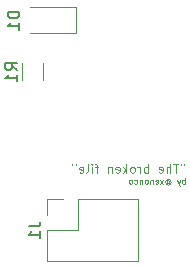
<source format=gbr>
%TF.GenerationSoftware,KiCad,Pcbnew,8.0.6*%
%TF.CreationDate,2024-11-11T17:29:18+03:00*%
%TF.ProjectId,broken-file badge,62726f6b-656e-42d6-9669-6c6520626164,rev?*%
%TF.SameCoordinates,Original*%
%TF.FileFunction,Legend,Bot*%
%TF.FilePolarity,Positive*%
%FSLAX46Y46*%
G04 Gerber Fmt 4.6, Leading zero omitted, Abs format (unit mm)*
G04 Created by KiCad (PCBNEW 8.0.6) date 2024-11-11 17:29:18*
%MOMM*%
%LPD*%
G01*
G04 APERTURE LIST*
%ADD10C,0.100000*%
%ADD11C,0.125000*%
%ADD12C,0.150000*%
%ADD13C,0.120000*%
G04 APERTURE END LIST*
D10*
X54615163Y-53333609D02*
X54615163Y-52833609D01*
X54615163Y-53024085D02*
X54567544Y-53000276D01*
X54567544Y-53000276D02*
X54472306Y-53000276D01*
X54472306Y-53000276D02*
X54424687Y-53024085D01*
X54424687Y-53024085D02*
X54400877Y-53047895D01*
X54400877Y-53047895D02*
X54377068Y-53095514D01*
X54377068Y-53095514D02*
X54377068Y-53238371D01*
X54377068Y-53238371D02*
X54400877Y-53285990D01*
X54400877Y-53285990D02*
X54424687Y-53309800D01*
X54424687Y-53309800D02*
X54472306Y-53333609D01*
X54472306Y-53333609D02*
X54567544Y-53333609D01*
X54567544Y-53333609D02*
X54615163Y-53309800D01*
X54210401Y-53000276D02*
X54091353Y-53333609D01*
X53972306Y-53000276D02*
X54091353Y-53333609D01*
X54091353Y-53333609D02*
X54138972Y-53452657D01*
X54138972Y-53452657D02*
X54162782Y-53476466D01*
X54162782Y-53476466D02*
X54210401Y-53500276D01*
X53091354Y-53095514D02*
X53115164Y-53071704D01*
X53115164Y-53071704D02*
X53162783Y-53047895D01*
X53162783Y-53047895D02*
X53210402Y-53047895D01*
X53210402Y-53047895D02*
X53258021Y-53071704D01*
X53258021Y-53071704D02*
X53281830Y-53095514D01*
X53281830Y-53095514D02*
X53305640Y-53143133D01*
X53305640Y-53143133D02*
X53305640Y-53190752D01*
X53305640Y-53190752D02*
X53281830Y-53238371D01*
X53281830Y-53238371D02*
X53258021Y-53262180D01*
X53258021Y-53262180D02*
X53210402Y-53285990D01*
X53210402Y-53285990D02*
X53162783Y-53285990D01*
X53162783Y-53285990D02*
X53115164Y-53262180D01*
X53115164Y-53262180D02*
X53091354Y-53238371D01*
X53091354Y-53047895D02*
X53091354Y-53238371D01*
X53091354Y-53238371D02*
X53067545Y-53262180D01*
X53067545Y-53262180D02*
X53043735Y-53262180D01*
X53043735Y-53262180D02*
X52996116Y-53238371D01*
X52996116Y-53238371D02*
X52972306Y-53190752D01*
X52972306Y-53190752D02*
X52972306Y-53071704D01*
X52972306Y-53071704D02*
X53019926Y-53000276D01*
X53019926Y-53000276D02*
X53091354Y-52952657D01*
X53091354Y-52952657D02*
X53186592Y-52928847D01*
X53186592Y-52928847D02*
X53281830Y-52952657D01*
X53281830Y-52952657D02*
X53353259Y-53000276D01*
X53353259Y-53000276D02*
X53400878Y-53071704D01*
X53400878Y-53071704D02*
X53424687Y-53166942D01*
X53424687Y-53166942D02*
X53400878Y-53262180D01*
X53400878Y-53262180D02*
X53353259Y-53333609D01*
X53353259Y-53333609D02*
X53281830Y-53381228D01*
X53281830Y-53381228D02*
X53186592Y-53405038D01*
X53186592Y-53405038D02*
X53091354Y-53381228D01*
X53091354Y-53381228D02*
X53019926Y-53333609D01*
X52805640Y-53333609D02*
X52543735Y-53000276D01*
X52805640Y-53000276D02*
X52543735Y-53333609D01*
X52162783Y-53309800D02*
X52210402Y-53333609D01*
X52210402Y-53333609D02*
X52305640Y-53333609D01*
X52305640Y-53333609D02*
X52353259Y-53309800D01*
X52353259Y-53309800D02*
X52377068Y-53262180D01*
X52377068Y-53262180D02*
X52377068Y-53071704D01*
X52377068Y-53071704D02*
X52353259Y-53024085D01*
X52353259Y-53024085D02*
X52305640Y-53000276D01*
X52305640Y-53000276D02*
X52210402Y-53000276D01*
X52210402Y-53000276D02*
X52162783Y-53024085D01*
X52162783Y-53024085D02*
X52138973Y-53071704D01*
X52138973Y-53071704D02*
X52138973Y-53119323D01*
X52138973Y-53119323D02*
X52377068Y-53166942D01*
X51924688Y-53000276D02*
X51924688Y-53333609D01*
X51924688Y-53047895D02*
X51900878Y-53024085D01*
X51900878Y-53024085D02*
X51853259Y-53000276D01*
X51853259Y-53000276D02*
X51781831Y-53000276D01*
X51781831Y-53000276D02*
X51734212Y-53024085D01*
X51734212Y-53024085D02*
X51710402Y-53071704D01*
X51710402Y-53071704D02*
X51710402Y-53333609D01*
X51400878Y-53333609D02*
X51448497Y-53309800D01*
X51448497Y-53309800D02*
X51472307Y-53285990D01*
X51472307Y-53285990D02*
X51496116Y-53238371D01*
X51496116Y-53238371D02*
X51496116Y-53095514D01*
X51496116Y-53095514D02*
X51472307Y-53047895D01*
X51472307Y-53047895D02*
X51448497Y-53024085D01*
X51448497Y-53024085D02*
X51400878Y-53000276D01*
X51400878Y-53000276D02*
X51329450Y-53000276D01*
X51329450Y-53000276D02*
X51281831Y-53024085D01*
X51281831Y-53024085D02*
X51258021Y-53047895D01*
X51258021Y-53047895D02*
X51234212Y-53095514D01*
X51234212Y-53095514D02*
X51234212Y-53238371D01*
X51234212Y-53238371D02*
X51258021Y-53285990D01*
X51258021Y-53285990D02*
X51281831Y-53309800D01*
X51281831Y-53309800D02*
X51329450Y-53333609D01*
X51329450Y-53333609D02*
X51400878Y-53333609D01*
X51019926Y-53000276D02*
X51019926Y-53333609D01*
X51019926Y-53047895D02*
X50996116Y-53024085D01*
X50996116Y-53024085D02*
X50948497Y-53000276D01*
X50948497Y-53000276D02*
X50877069Y-53000276D01*
X50877069Y-53000276D02*
X50829450Y-53024085D01*
X50829450Y-53024085D02*
X50805640Y-53071704D01*
X50805640Y-53071704D02*
X50805640Y-53333609D01*
X50353259Y-53309800D02*
X50400878Y-53333609D01*
X50400878Y-53333609D02*
X50496116Y-53333609D01*
X50496116Y-53333609D02*
X50543735Y-53309800D01*
X50543735Y-53309800D02*
X50567545Y-53285990D01*
X50567545Y-53285990D02*
X50591354Y-53238371D01*
X50591354Y-53238371D02*
X50591354Y-53095514D01*
X50591354Y-53095514D02*
X50567545Y-53047895D01*
X50567545Y-53047895D02*
X50543735Y-53024085D01*
X50543735Y-53024085D02*
X50496116Y-53000276D01*
X50496116Y-53000276D02*
X50400878Y-53000276D01*
X50400878Y-53000276D02*
X50353259Y-53024085D01*
X50067545Y-53333609D02*
X50115164Y-53309800D01*
X50115164Y-53309800D02*
X50138974Y-53285990D01*
X50138974Y-53285990D02*
X50162783Y-53238371D01*
X50162783Y-53238371D02*
X50162783Y-53095514D01*
X50162783Y-53095514D02*
X50138974Y-53047895D01*
X50138974Y-53047895D02*
X50115164Y-53024085D01*
X50115164Y-53024085D02*
X50067545Y-53000276D01*
X50067545Y-53000276D02*
X49996117Y-53000276D01*
X49996117Y-53000276D02*
X49948498Y-53024085D01*
X49948498Y-53024085D02*
X49924688Y-53047895D01*
X49924688Y-53047895D02*
X49900879Y-53095514D01*
X49900879Y-53095514D02*
X49900879Y-53238371D01*
X49900879Y-53238371D02*
X49924688Y-53285990D01*
X49924688Y-53285990D02*
X49948498Y-53309800D01*
X49948498Y-53309800D02*
X49996117Y-53333609D01*
X49996117Y-53333609D02*
X50067545Y-53333609D01*
D11*
X54574906Y-51641714D02*
X54574906Y-51784571D01*
X54289192Y-51641714D02*
X54289192Y-51784571D01*
X54074906Y-51641714D02*
X53646335Y-51641714D01*
X53860620Y-52391714D02*
X53860620Y-51641714D01*
X53396334Y-52391714D02*
X53396334Y-51641714D01*
X53074906Y-52391714D02*
X53074906Y-51998857D01*
X53074906Y-51998857D02*
X53110620Y-51927428D01*
X53110620Y-51927428D02*
X53182048Y-51891714D01*
X53182048Y-51891714D02*
X53289191Y-51891714D01*
X53289191Y-51891714D02*
X53360620Y-51927428D01*
X53360620Y-51927428D02*
X53396334Y-51963142D01*
X52432049Y-52356000D02*
X52503477Y-52391714D01*
X52503477Y-52391714D02*
X52646335Y-52391714D01*
X52646335Y-52391714D02*
X52717763Y-52356000D01*
X52717763Y-52356000D02*
X52753477Y-52284571D01*
X52753477Y-52284571D02*
X52753477Y-51998857D01*
X52753477Y-51998857D02*
X52717763Y-51927428D01*
X52717763Y-51927428D02*
X52646335Y-51891714D01*
X52646335Y-51891714D02*
X52503477Y-51891714D01*
X52503477Y-51891714D02*
X52432049Y-51927428D01*
X52432049Y-51927428D02*
X52396335Y-51998857D01*
X52396335Y-51998857D02*
X52396335Y-52070285D01*
X52396335Y-52070285D02*
X52753477Y-52141714D01*
X51503477Y-52391714D02*
X51503477Y-51641714D01*
X51503477Y-51927428D02*
X51432049Y-51891714D01*
X51432049Y-51891714D02*
X51289191Y-51891714D01*
X51289191Y-51891714D02*
X51217763Y-51927428D01*
X51217763Y-51927428D02*
X51182049Y-51963142D01*
X51182049Y-51963142D02*
X51146334Y-52034571D01*
X51146334Y-52034571D02*
X51146334Y-52248857D01*
X51146334Y-52248857D02*
X51182049Y-52320285D01*
X51182049Y-52320285D02*
X51217763Y-52356000D01*
X51217763Y-52356000D02*
X51289191Y-52391714D01*
X51289191Y-52391714D02*
X51432049Y-52391714D01*
X51432049Y-52391714D02*
X51503477Y-52356000D01*
X50824906Y-52391714D02*
X50824906Y-51891714D01*
X50824906Y-52034571D02*
X50789192Y-51963142D01*
X50789192Y-51963142D02*
X50753478Y-51927428D01*
X50753478Y-51927428D02*
X50682049Y-51891714D01*
X50682049Y-51891714D02*
X50610620Y-51891714D01*
X50253477Y-52391714D02*
X50324906Y-52356000D01*
X50324906Y-52356000D02*
X50360620Y-52320285D01*
X50360620Y-52320285D02*
X50396334Y-52248857D01*
X50396334Y-52248857D02*
X50396334Y-52034571D01*
X50396334Y-52034571D02*
X50360620Y-51963142D01*
X50360620Y-51963142D02*
X50324906Y-51927428D01*
X50324906Y-51927428D02*
X50253477Y-51891714D01*
X50253477Y-51891714D02*
X50146334Y-51891714D01*
X50146334Y-51891714D02*
X50074906Y-51927428D01*
X50074906Y-51927428D02*
X50039192Y-51963142D01*
X50039192Y-51963142D02*
X50003477Y-52034571D01*
X50003477Y-52034571D02*
X50003477Y-52248857D01*
X50003477Y-52248857D02*
X50039192Y-52320285D01*
X50039192Y-52320285D02*
X50074906Y-52356000D01*
X50074906Y-52356000D02*
X50146334Y-52391714D01*
X50146334Y-52391714D02*
X50253477Y-52391714D01*
X49682049Y-52391714D02*
X49682049Y-51641714D01*
X49610621Y-52106000D02*
X49396335Y-52391714D01*
X49396335Y-51891714D02*
X49682049Y-52177428D01*
X48789192Y-52356000D02*
X48860620Y-52391714D01*
X48860620Y-52391714D02*
X49003478Y-52391714D01*
X49003478Y-52391714D02*
X49074906Y-52356000D01*
X49074906Y-52356000D02*
X49110620Y-52284571D01*
X49110620Y-52284571D02*
X49110620Y-51998857D01*
X49110620Y-51998857D02*
X49074906Y-51927428D01*
X49074906Y-51927428D02*
X49003478Y-51891714D01*
X49003478Y-51891714D02*
X48860620Y-51891714D01*
X48860620Y-51891714D02*
X48789192Y-51927428D01*
X48789192Y-51927428D02*
X48753478Y-51998857D01*
X48753478Y-51998857D02*
X48753478Y-52070285D01*
X48753478Y-52070285D02*
X49110620Y-52141714D01*
X48432049Y-51891714D02*
X48432049Y-52391714D01*
X48432049Y-51963142D02*
X48396335Y-51927428D01*
X48396335Y-51927428D02*
X48324906Y-51891714D01*
X48324906Y-51891714D02*
X48217763Y-51891714D01*
X48217763Y-51891714D02*
X48146335Y-51927428D01*
X48146335Y-51927428D02*
X48110621Y-51998857D01*
X48110621Y-51998857D02*
X48110621Y-52391714D01*
X47289192Y-51891714D02*
X47003478Y-51891714D01*
X47182049Y-52391714D02*
X47182049Y-51748857D01*
X47182049Y-51748857D02*
X47146335Y-51677428D01*
X47146335Y-51677428D02*
X47074906Y-51641714D01*
X47074906Y-51641714D02*
X47003478Y-51641714D01*
X46753478Y-52391714D02*
X46753478Y-51891714D01*
X46753478Y-51641714D02*
X46789192Y-51677428D01*
X46789192Y-51677428D02*
X46753478Y-51713142D01*
X46753478Y-51713142D02*
X46717764Y-51677428D01*
X46717764Y-51677428D02*
X46753478Y-51641714D01*
X46753478Y-51641714D02*
X46753478Y-51713142D01*
X46289192Y-52391714D02*
X46360621Y-52356000D01*
X46360621Y-52356000D02*
X46396335Y-52284571D01*
X46396335Y-52284571D02*
X46396335Y-51641714D01*
X45717764Y-52356000D02*
X45789192Y-52391714D01*
X45789192Y-52391714D02*
X45932050Y-52391714D01*
X45932050Y-52391714D02*
X46003478Y-52356000D01*
X46003478Y-52356000D02*
X46039192Y-52284571D01*
X46039192Y-52284571D02*
X46039192Y-51998857D01*
X46039192Y-51998857D02*
X46003478Y-51927428D01*
X46003478Y-51927428D02*
X45932050Y-51891714D01*
X45932050Y-51891714D02*
X45789192Y-51891714D01*
X45789192Y-51891714D02*
X45717764Y-51927428D01*
X45717764Y-51927428D02*
X45682050Y-51998857D01*
X45682050Y-51998857D02*
X45682050Y-52070285D01*
X45682050Y-52070285D02*
X46039192Y-52141714D01*
X45396335Y-51641714D02*
X45396335Y-51784571D01*
X45110621Y-51641714D02*
X45110621Y-51784571D01*
D12*
X40624819Y-38751905D02*
X39624819Y-38751905D01*
X39624819Y-38751905D02*
X39624819Y-38990000D01*
X39624819Y-38990000D02*
X39672438Y-39132857D01*
X39672438Y-39132857D02*
X39767676Y-39228095D01*
X39767676Y-39228095D02*
X39862914Y-39275714D01*
X39862914Y-39275714D02*
X40053390Y-39323333D01*
X40053390Y-39323333D02*
X40196247Y-39323333D01*
X40196247Y-39323333D02*
X40386723Y-39275714D01*
X40386723Y-39275714D02*
X40481961Y-39228095D01*
X40481961Y-39228095D02*
X40577200Y-39132857D01*
X40577200Y-39132857D02*
X40624819Y-38990000D01*
X40624819Y-38990000D02*
X40624819Y-38751905D01*
X40624819Y-40275714D02*
X40624819Y-39704286D01*
X40624819Y-39990000D02*
X39624819Y-39990000D01*
X39624819Y-39990000D02*
X39767676Y-39894762D01*
X39767676Y-39894762D02*
X39862914Y-39799524D01*
X39862914Y-39799524D02*
X39910533Y-39704286D01*
X41399819Y-56931666D02*
X42114104Y-56931666D01*
X42114104Y-56931666D02*
X42256961Y-56884047D01*
X42256961Y-56884047D02*
X42352200Y-56788809D01*
X42352200Y-56788809D02*
X42399819Y-56645952D01*
X42399819Y-56645952D02*
X42399819Y-56550714D01*
X42399819Y-57931666D02*
X42399819Y-57360238D01*
X42399819Y-57645952D02*
X41399819Y-57645952D01*
X41399819Y-57645952D02*
X41542676Y-57550714D01*
X41542676Y-57550714D02*
X41637914Y-57455476D01*
X41637914Y-57455476D02*
X41685533Y-57360238D01*
X40434819Y-43723333D02*
X39958628Y-43390000D01*
X40434819Y-43151905D02*
X39434819Y-43151905D01*
X39434819Y-43151905D02*
X39434819Y-43532857D01*
X39434819Y-43532857D02*
X39482438Y-43628095D01*
X39482438Y-43628095D02*
X39530057Y-43675714D01*
X39530057Y-43675714D02*
X39625295Y-43723333D01*
X39625295Y-43723333D02*
X39768152Y-43723333D01*
X39768152Y-43723333D02*
X39863390Y-43675714D01*
X39863390Y-43675714D02*
X39911009Y-43628095D01*
X39911009Y-43628095D02*
X39958628Y-43532857D01*
X39958628Y-43532857D02*
X39958628Y-43151905D01*
X40434819Y-44675714D02*
X40434819Y-44104286D01*
X40434819Y-44390000D02*
X39434819Y-44390000D01*
X39434819Y-44390000D02*
X39577676Y-44294762D01*
X39577676Y-44294762D02*
X39672914Y-44199524D01*
X39672914Y-44199524D02*
X39720533Y-44104286D01*
D13*
%TO.C,D1*%
X41520000Y-40605000D02*
X45405000Y-40605000D01*
X45405000Y-38335000D02*
X41520000Y-38335000D01*
X45405000Y-40605000D02*
X45405000Y-38335000D01*
%TO.C,J1*%
X42945000Y-54665000D02*
X44275000Y-54665000D01*
X42945000Y-55995000D02*
X42945000Y-54665000D01*
X42945000Y-57265000D02*
X45545000Y-57265000D01*
X42945000Y-59865000D02*
X42945000Y-57265000D01*
X45545000Y-57265000D02*
X45545000Y-54665000D01*
X50685000Y-54665000D02*
X45545000Y-54665000D01*
X50685000Y-59865000D02*
X42945000Y-59865000D01*
X50685000Y-59865000D02*
X50685000Y-54665000D01*
%TO.C,R1*%
X40800000Y-43102936D02*
X40800000Y-44557064D01*
X42620000Y-43102936D02*
X42620000Y-44557064D01*
%TD*%
M02*

</source>
